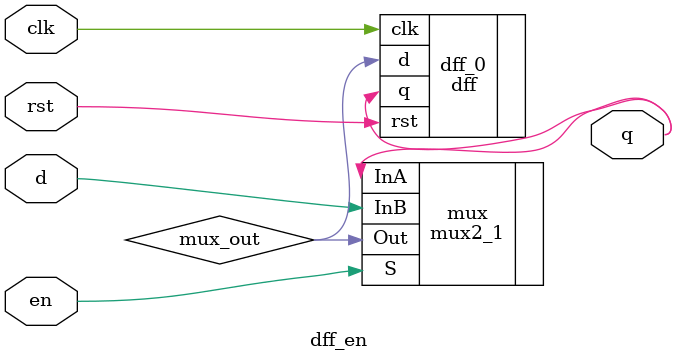
<source format=v>
module dff_en (q, d, en, clk, rst);

  output q;
  input d;
  input en;
  input clk;
  input rst;

  wire mux_out;

  mux2_1 mux (.InA(q), .InB(d), .S(en), .Out(mux_out));

  dff dff_0 (.q(q), .d(mux_out), .clk(clk), .rst(rst));
  
endmodule

</source>
